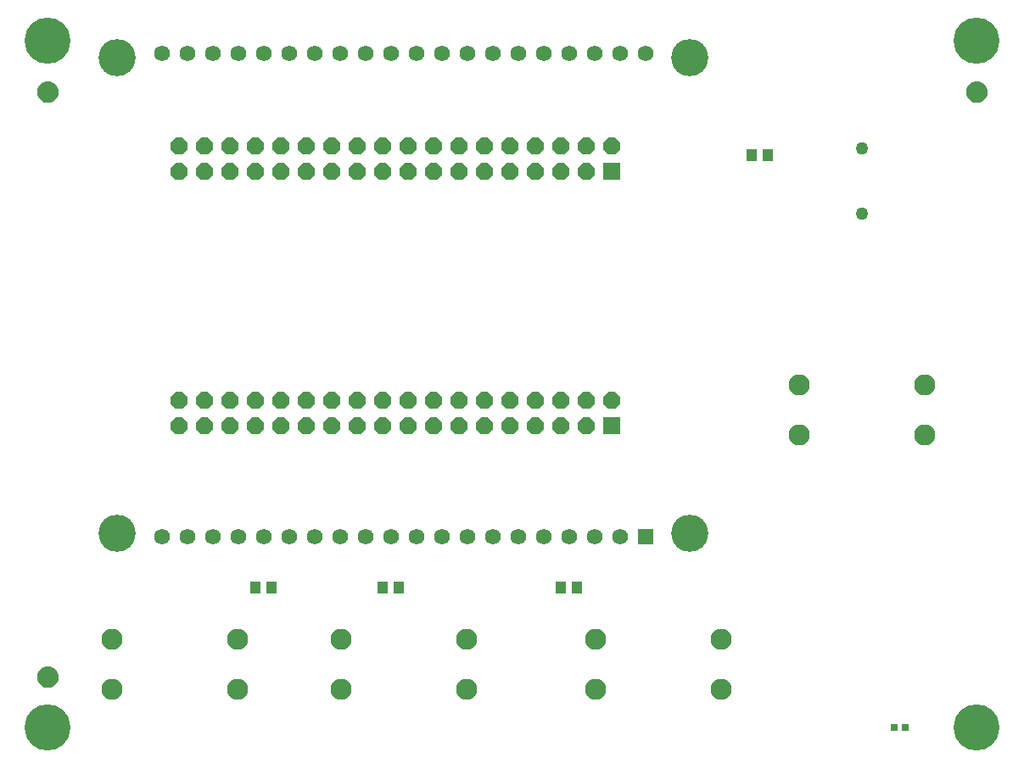
<source format=gbr>
G04 EAGLE Gerber RS-274X export*
G75*
%MOMM*%
%FSLAX34Y34*%
%LPD*%
%INSoldermask Top*%
%IPPOS*%
%AMOC8*
5,1,8,0,0,1.08239X$1,22.5*%
G01*
%ADD10C,1.272400*%
%ADD11R,1.676400X1.676400*%
%ADD12P,1.814519X8X202.500000*%
%ADD13R,1.102359X1.183641*%
%ADD14C,2.112400*%
%ADD15C,3.708400*%
%ADD16R,1.580400X1.580400*%
%ADD17C,1.580400*%
%ADD18C,0.609600*%
%ADD19C,1.168400*%
%ADD20C,4.597400*%
%ADD21R,0.762000X0.660400*%


D10*
X850900Y616700D03*
X850900Y551700D03*
D11*
X601300Y340100D03*
D12*
X601300Y365500D03*
X575900Y340100D03*
X575900Y365500D03*
X550500Y340100D03*
X550500Y365500D03*
X525100Y340100D03*
X525100Y365500D03*
X499700Y340100D03*
X499700Y365500D03*
X474300Y340100D03*
X474300Y365500D03*
X448900Y340100D03*
X448900Y365500D03*
X423500Y340100D03*
X423500Y365500D03*
X398100Y340100D03*
X398100Y365500D03*
X372700Y340100D03*
X372700Y365500D03*
X347300Y340100D03*
X347300Y365500D03*
X321900Y340100D03*
X321900Y365500D03*
X296500Y340100D03*
X296500Y365500D03*
X271100Y340100D03*
X271100Y365500D03*
X245700Y340100D03*
X245700Y365500D03*
X220300Y340100D03*
X220300Y365500D03*
X194900Y340100D03*
X194900Y365500D03*
X169500Y340100D03*
X169500Y365500D03*
D11*
X601300Y594100D03*
D12*
X601300Y619500D03*
X575900Y594100D03*
X575900Y619500D03*
X550500Y594100D03*
X550500Y619500D03*
X525100Y594100D03*
X525100Y619500D03*
X499700Y594100D03*
X499700Y619500D03*
X474300Y594100D03*
X474300Y619500D03*
X448900Y594100D03*
X448900Y619500D03*
X423500Y594100D03*
X423500Y619500D03*
X398100Y594100D03*
X398100Y619500D03*
X372700Y594100D03*
X372700Y619500D03*
X347300Y594100D03*
X347300Y619500D03*
X321900Y594100D03*
X321900Y619500D03*
X296500Y594100D03*
X296500Y619500D03*
X271100Y594100D03*
X271100Y619500D03*
X245700Y594100D03*
X245700Y619500D03*
X220300Y594100D03*
X220300Y619500D03*
X194900Y594100D03*
X194900Y619500D03*
X169500Y594100D03*
X169500Y619500D03*
D13*
X245999Y177800D03*
X262001Y177800D03*
D14*
X227600Y126600D03*
X227600Y76600D03*
X102600Y76600D03*
X102600Y126600D03*
D15*
X679450Y232410D03*
X679450Y707390D03*
X107950Y232410D03*
X107950Y707390D03*
D16*
X635000Y228600D03*
D17*
X406400Y228600D03*
X431800Y228600D03*
X457200Y228600D03*
X482600Y228600D03*
X508000Y228600D03*
X533400Y228600D03*
X558800Y228600D03*
X584200Y228600D03*
X609600Y228600D03*
X381000Y228600D03*
X355600Y228600D03*
X330200Y228600D03*
X304800Y228600D03*
X279400Y228600D03*
X254000Y228600D03*
X228600Y228600D03*
X203200Y228600D03*
X177800Y228600D03*
X152400Y228600D03*
X635000Y711200D03*
X609600Y711200D03*
X584200Y711200D03*
X558800Y711200D03*
X533400Y711200D03*
X508000Y711200D03*
X482600Y711200D03*
X457200Y711200D03*
X431800Y711200D03*
X406400Y711200D03*
X381000Y711200D03*
X355600Y711200D03*
X330200Y711200D03*
X304800Y711200D03*
X279400Y711200D03*
X254000Y711200D03*
X228600Y711200D03*
X203200Y711200D03*
X177800Y711200D03*
X152400Y711200D03*
D13*
X372999Y177800D03*
X389001Y177800D03*
D14*
X331200Y76600D03*
X331200Y126600D03*
X456200Y126600D03*
X456200Y76600D03*
D13*
X566801Y177800D03*
X550799Y177800D03*
D14*
X710200Y126600D03*
X710200Y76600D03*
X585200Y76600D03*
X585200Y126600D03*
D13*
X741299Y609600D03*
X757301Y609600D03*
D14*
X913400Y380600D03*
X913400Y330600D03*
X788400Y330600D03*
X788400Y380600D03*
D18*
X30480Y673100D02*
X30482Y673287D01*
X30489Y673474D01*
X30501Y673661D01*
X30517Y673847D01*
X30537Y674033D01*
X30562Y674218D01*
X30592Y674403D01*
X30626Y674587D01*
X30665Y674770D01*
X30708Y674952D01*
X30756Y675132D01*
X30808Y675312D01*
X30865Y675490D01*
X30925Y675667D01*
X30991Y675842D01*
X31060Y676016D01*
X31134Y676188D01*
X31212Y676358D01*
X31294Y676526D01*
X31380Y676692D01*
X31470Y676856D01*
X31564Y677017D01*
X31662Y677177D01*
X31764Y677333D01*
X31870Y677488D01*
X31980Y677639D01*
X32093Y677788D01*
X32210Y677934D01*
X32330Y678077D01*
X32454Y678217D01*
X32581Y678354D01*
X32712Y678488D01*
X32846Y678619D01*
X32983Y678746D01*
X33123Y678870D01*
X33266Y678990D01*
X33412Y679107D01*
X33561Y679220D01*
X33712Y679330D01*
X33867Y679436D01*
X34023Y679538D01*
X34183Y679636D01*
X34344Y679730D01*
X34508Y679820D01*
X34674Y679906D01*
X34842Y679988D01*
X35012Y680066D01*
X35184Y680140D01*
X35358Y680209D01*
X35533Y680275D01*
X35710Y680335D01*
X35888Y680392D01*
X36068Y680444D01*
X36248Y680492D01*
X36430Y680535D01*
X36613Y680574D01*
X36797Y680608D01*
X36982Y680638D01*
X37167Y680663D01*
X37353Y680683D01*
X37539Y680699D01*
X37726Y680711D01*
X37913Y680718D01*
X38100Y680720D01*
X38287Y680718D01*
X38474Y680711D01*
X38661Y680699D01*
X38847Y680683D01*
X39033Y680663D01*
X39218Y680638D01*
X39403Y680608D01*
X39587Y680574D01*
X39770Y680535D01*
X39952Y680492D01*
X40132Y680444D01*
X40312Y680392D01*
X40490Y680335D01*
X40667Y680275D01*
X40842Y680209D01*
X41016Y680140D01*
X41188Y680066D01*
X41358Y679988D01*
X41526Y679906D01*
X41692Y679820D01*
X41856Y679730D01*
X42017Y679636D01*
X42177Y679538D01*
X42333Y679436D01*
X42488Y679330D01*
X42639Y679220D01*
X42788Y679107D01*
X42934Y678990D01*
X43077Y678870D01*
X43217Y678746D01*
X43354Y678619D01*
X43488Y678488D01*
X43619Y678354D01*
X43746Y678217D01*
X43870Y678077D01*
X43990Y677934D01*
X44107Y677788D01*
X44220Y677639D01*
X44330Y677488D01*
X44436Y677333D01*
X44538Y677177D01*
X44636Y677017D01*
X44730Y676856D01*
X44820Y676692D01*
X44906Y676526D01*
X44988Y676358D01*
X45066Y676188D01*
X45140Y676016D01*
X45209Y675842D01*
X45275Y675667D01*
X45335Y675490D01*
X45392Y675312D01*
X45444Y675132D01*
X45492Y674952D01*
X45535Y674770D01*
X45574Y674587D01*
X45608Y674403D01*
X45638Y674218D01*
X45663Y674033D01*
X45683Y673847D01*
X45699Y673661D01*
X45711Y673474D01*
X45718Y673287D01*
X45720Y673100D01*
X45718Y672913D01*
X45711Y672726D01*
X45699Y672539D01*
X45683Y672353D01*
X45663Y672167D01*
X45638Y671982D01*
X45608Y671797D01*
X45574Y671613D01*
X45535Y671430D01*
X45492Y671248D01*
X45444Y671068D01*
X45392Y670888D01*
X45335Y670710D01*
X45275Y670533D01*
X45209Y670358D01*
X45140Y670184D01*
X45066Y670012D01*
X44988Y669842D01*
X44906Y669674D01*
X44820Y669508D01*
X44730Y669344D01*
X44636Y669183D01*
X44538Y669023D01*
X44436Y668867D01*
X44330Y668712D01*
X44220Y668561D01*
X44107Y668412D01*
X43990Y668266D01*
X43870Y668123D01*
X43746Y667983D01*
X43619Y667846D01*
X43488Y667712D01*
X43354Y667581D01*
X43217Y667454D01*
X43077Y667330D01*
X42934Y667210D01*
X42788Y667093D01*
X42639Y666980D01*
X42488Y666870D01*
X42333Y666764D01*
X42177Y666662D01*
X42017Y666564D01*
X41856Y666470D01*
X41692Y666380D01*
X41526Y666294D01*
X41358Y666212D01*
X41188Y666134D01*
X41016Y666060D01*
X40842Y665991D01*
X40667Y665925D01*
X40490Y665865D01*
X40312Y665808D01*
X40132Y665756D01*
X39952Y665708D01*
X39770Y665665D01*
X39587Y665626D01*
X39403Y665592D01*
X39218Y665562D01*
X39033Y665537D01*
X38847Y665517D01*
X38661Y665501D01*
X38474Y665489D01*
X38287Y665482D01*
X38100Y665480D01*
X37913Y665482D01*
X37726Y665489D01*
X37539Y665501D01*
X37353Y665517D01*
X37167Y665537D01*
X36982Y665562D01*
X36797Y665592D01*
X36613Y665626D01*
X36430Y665665D01*
X36248Y665708D01*
X36068Y665756D01*
X35888Y665808D01*
X35710Y665865D01*
X35533Y665925D01*
X35358Y665991D01*
X35184Y666060D01*
X35012Y666134D01*
X34842Y666212D01*
X34674Y666294D01*
X34508Y666380D01*
X34344Y666470D01*
X34183Y666564D01*
X34023Y666662D01*
X33867Y666764D01*
X33712Y666870D01*
X33561Y666980D01*
X33412Y667093D01*
X33266Y667210D01*
X33123Y667330D01*
X32983Y667454D01*
X32846Y667581D01*
X32712Y667712D01*
X32581Y667846D01*
X32454Y667983D01*
X32330Y668123D01*
X32210Y668266D01*
X32093Y668412D01*
X31980Y668561D01*
X31870Y668712D01*
X31764Y668867D01*
X31662Y669023D01*
X31564Y669183D01*
X31470Y669344D01*
X31380Y669508D01*
X31294Y669674D01*
X31212Y669842D01*
X31134Y670012D01*
X31060Y670184D01*
X30991Y670358D01*
X30925Y670533D01*
X30865Y670710D01*
X30808Y670888D01*
X30756Y671068D01*
X30708Y671248D01*
X30665Y671430D01*
X30626Y671613D01*
X30592Y671797D01*
X30562Y671982D01*
X30537Y672167D01*
X30517Y672353D01*
X30501Y672539D01*
X30489Y672726D01*
X30482Y672913D01*
X30480Y673100D01*
D19*
X38100Y673100D03*
D18*
X30480Y673100D02*
X30482Y673287D01*
X30489Y673474D01*
X30501Y673661D01*
X30517Y673847D01*
X30537Y674033D01*
X30562Y674218D01*
X30592Y674403D01*
X30626Y674587D01*
X30665Y674770D01*
X30708Y674952D01*
X30756Y675132D01*
X30808Y675312D01*
X30865Y675490D01*
X30925Y675667D01*
X30991Y675842D01*
X31060Y676016D01*
X31134Y676188D01*
X31212Y676358D01*
X31294Y676526D01*
X31380Y676692D01*
X31470Y676856D01*
X31564Y677017D01*
X31662Y677177D01*
X31764Y677333D01*
X31870Y677488D01*
X31980Y677639D01*
X32093Y677788D01*
X32210Y677934D01*
X32330Y678077D01*
X32454Y678217D01*
X32581Y678354D01*
X32712Y678488D01*
X32846Y678619D01*
X32983Y678746D01*
X33123Y678870D01*
X33266Y678990D01*
X33412Y679107D01*
X33561Y679220D01*
X33712Y679330D01*
X33867Y679436D01*
X34023Y679538D01*
X34183Y679636D01*
X34344Y679730D01*
X34508Y679820D01*
X34674Y679906D01*
X34842Y679988D01*
X35012Y680066D01*
X35184Y680140D01*
X35358Y680209D01*
X35533Y680275D01*
X35710Y680335D01*
X35888Y680392D01*
X36068Y680444D01*
X36248Y680492D01*
X36430Y680535D01*
X36613Y680574D01*
X36797Y680608D01*
X36982Y680638D01*
X37167Y680663D01*
X37353Y680683D01*
X37539Y680699D01*
X37726Y680711D01*
X37913Y680718D01*
X38100Y680720D01*
X38287Y680718D01*
X38474Y680711D01*
X38661Y680699D01*
X38847Y680683D01*
X39033Y680663D01*
X39218Y680638D01*
X39403Y680608D01*
X39587Y680574D01*
X39770Y680535D01*
X39952Y680492D01*
X40132Y680444D01*
X40312Y680392D01*
X40490Y680335D01*
X40667Y680275D01*
X40842Y680209D01*
X41016Y680140D01*
X41188Y680066D01*
X41358Y679988D01*
X41526Y679906D01*
X41692Y679820D01*
X41856Y679730D01*
X42017Y679636D01*
X42177Y679538D01*
X42333Y679436D01*
X42488Y679330D01*
X42639Y679220D01*
X42788Y679107D01*
X42934Y678990D01*
X43077Y678870D01*
X43217Y678746D01*
X43354Y678619D01*
X43488Y678488D01*
X43619Y678354D01*
X43746Y678217D01*
X43870Y678077D01*
X43990Y677934D01*
X44107Y677788D01*
X44220Y677639D01*
X44330Y677488D01*
X44436Y677333D01*
X44538Y677177D01*
X44636Y677017D01*
X44730Y676856D01*
X44820Y676692D01*
X44906Y676526D01*
X44988Y676358D01*
X45066Y676188D01*
X45140Y676016D01*
X45209Y675842D01*
X45275Y675667D01*
X45335Y675490D01*
X45392Y675312D01*
X45444Y675132D01*
X45492Y674952D01*
X45535Y674770D01*
X45574Y674587D01*
X45608Y674403D01*
X45638Y674218D01*
X45663Y674033D01*
X45683Y673847D01*
X45699Y673661D01*
X45711Y673474D01*
X45718Y673287D01*
X45720Y673100D01*
X45718Y672913D01*
X45711Y672726D01*
X45699Y672539D01*
X45683Y672353D01*
X45663Y672167D01*
X45638Y671982D01*
X45608Y671797D01*
X45574Y671613D01*
X45535Y671430D01*
X45492Y671248D01*
X45444Y671068D01*
X45392Y670888D01*
X45335Y670710D01*
X45275Y670533D01*
X45209Y670358D01*
X45140Y670184D01*
X45066Y670012D01*
X44988Y669842D01*
X44906Y669674D01*
X44820Y669508D01*
X44730Y669344D01*
X44636Y669183D01*
X44538Y669023D01*
X44436Y668867D01*
X44330Y668712D01*
X44220Y668561D01*
X44107Y668412D01*
X43990Y668266D01*
X43870Y668123D01*
X43746Y667983D01*
X43619Y667846D01*
X43488Y667712D01*
X43354Y667581D01*
X43217Y667454D01*
X43077Y667330D01*
X42934Y667210D01*
X42788Y667093D01*
X42639Y666980D01*
X42488Y666870D01*
X42333Y666764D01*
X42177Y666662D01*
X42017Y666564D01*
X41856Y666470D01*
X41692Y666380D01*
X41526Y666294D01*
X41358Y666212D01*
X41188Y666134D01*
X41016Y666060D01*
X40842Y665991D01*
X40667Y665925D01*
X40490Y665865D01*
X40312Y665808D01*
X40132Y665756D01*
X39952Y665708D01*
X39770Y665665D01*
X39587Y665626D01*
X39403Y665592D01*
X39218Y665562D01*
X39033Y665537D01*
X38847Y665517D01*
X38661Y665501D01*
X38474Y665489D01*
X38287Y665482D01*
X38100Y665480D01*
X37913Y665482D01*
X37726Y665489D01*
X37539Y665501D01*
X37353Y665517D01*
X37167Y665537D01*
X36982Y665562D01*
X36797Y665592D01*
X36613Y665626D01*
X36430Y665665D01*
X36248Y665708D01*
X36068Y665756D01*
X35888Y665808D01*
X35710Y665865D01*
X35533Y665925D01*
X35358Y665991D01*
X35184Y666060D01*
X35012Y666134D01*
X34842Y666212D01*
X34674Y666294D01*
X34508Y666380D01*
X34344Y666470D01*
X34183Y666564D01*
X34023Y666662D01*
X33867Y666764D01*
X33712Y666870D01*
X33561Y666980D01*
X33412Y667093D01*
X33266Y667210D01*
X33123Y667330D01*
X32983Y667454D01*
X32846Y667581D01*
X32712Y667712D01*
X32581Y667846D01*
X32454Y667983D01*
X32330Y668123D01*
X32210Y668266D01*
X32093Y668412D01*
X31980Y668561D01*
X31870Y668712D01*
X31764Y668867D01*
X31662Y669023D01*
X31564Y669183D01*
X31470Y669344D01*
X31380Y669508D01*
X31294Y669674D01*
X31212Y669842D01*
X31134Y670012D01*
X31060Y670184D01*
X30991Y670358D01*
X30925Y670533D01*
X30865Y670710D01*
X30808Y670888D01*
X30756Y671068D01*
X30708Y671248D01*
X30665Y671430D01*
X30626Y671613D01*
X30592Y671797D01*
X30562Y671982D01*
X30537Y672167D01*
X30517Y672353D01*
X30501Y672539D01*
X30489Y672726D01*
X30482Y672913D01*
X30480Y673100D01*
D19*
X38100Y673100D03*
D18*
X30480Y88900D02*
X30482Y89087D01*
X30489Y89274D01*
X30501Y89461D01*
X30517Y89647D01*
X30537Y89833D01*
X30562Y90018D01*
X30592Y90203D01*
X30626Y90387D01*
X30665Y90570D01*
X30708Y90752D01*
X30756Y90932D01*
X30808Y91112D01*
X30865Y91290D01*
X30925Y91467D01*
X30991Y91642D01*
X31060Y91816D01*
X31134Y91988D01*
X31212Y92158D01*
X31294Y92326D01*
X31380Y92492D01*
X31470Y92656D01*
X31564Y92817D01*
X31662Y92977D01*
X31764Y93133D01*
X31870Y93288D01*
X31980Y93439D01*
X32093Y93588D01*
X32210Y93734D01*
X32330Y93877D01*
X32454Y94017D01*
X32581Y94154D01*
X32712Y94288D01*
X32846Y94419D01*
X32983Y94546D01*
X33123Y94670D01*
X33266Y94790D01*
X33412Y94907D01*
X33561Y95020D01*
X33712Y95130D01*
X33867Y95236D01*
X34023Y95338D01*
X34183Y95436D01*
X34344Y95530D01*
X34508Y95620D01*
X34674Y95706D01*
X34842Y95788D01*
X35012Y95866D01*
X35184Y95940D01*
X35358Y96009D01*
X35533Y96075D01*
X35710Y96135D01*
X35888Y96192D01*
X36068Y96244D01*
X36248Y96292D01*
X36430Y96335D01*
X36613Y96374D01*
X36797Y96408D01*
X36982Y96438D01*
X37167Y96463D01*
X37353Y96483D01*
X37539Y96499D01*
X37726Y96511D01*
X37913Y96518D01*
X38100Y96520D01*
X38287Y96518D01*
X38474Y96511D01*
X38661Y96499D01*
X38847Y96483D01*
X39033Y96463D01*
X39218Y96438D01*
X39403Y96408D01*
X39587Y96374D01*
X39770Y96335D01*
X39952Y96292D01*
X40132Y96244D01*
X40312Y96192D01*
X40490Y96135D01*
X40667Y96075D01*
X40842Y96009D01*
X41016Y95940D01*
X41188Y95866D01*
X41358Y95788D01*
X41526Y95706D01*
X41692Y95620D01*
X41856Y95530D01*
X42017Y95436D01*
X42177Y95338D01*
X42333Y95236D01*
X42488Y95130D01*
X42639Y95020D01*
X42788Y94907D01*
X42934Y94790D01*
X43077Y94670D01*
X43217Y94546D01*
X43354Y94419D01*
X43488Y94288D01*
X43619Y94154D01*
X43746Y94017D01*
X43870Y93877D01*
X43990Y93734D01*
X44107Y93588D01*
X44220Y93439D01*
X44330Y93288D01*
X44436Y93133D01*
X44538Y92977D01*
X44636Y92817D01*
X44730Y92656D01*
X44820Y92492D01*
X44906Y92326D01*
X44988Y92158D01*
X45066Y91988D01*
X45140Y91816D01*
X45209Y91642D01*
X45275Y91467D01*
X45335Y91290D01*
X45392Y91112D01*
X45444Y90932D01*
X45492Y90752D01*
X45535Y90570D01*
X45574Y90387D01*
X45608Y90203D01*
X45638Y90018D01*
X45663Y89833D01*
X45683Y89647D01*
X45699Y89461D01*
X45711Y89274D01*
X45718Y89087D01*
X45720Y88900D01*
X45718Y88713D01*
X45711Y88526D01*
X45699Y88339D01*
X45683Y88153D01*
X45663Y87967D01*
X45638Y87782D01*
X45608Y87597D01*
X45574Y87413D01*
X45535Y87230D01*
X45492Y87048D01*
X45444Y86868D01*
X45392Y86688D01*
X45335Y86510D01*
X45275Y86333D01*
X45209Y86158D01*
X45140Y85984D01*
X45066Y85812D01*
X44988Y85642D01*
X44906Y85474D01*
X44820Y85308D01*
X44730Y85144D01*
X44636Y84983D01*
X44538Y84823D01*
X44436Y84667D01*
X44330Y84512D01*
X44220Y84361D01*
X44107Y84212D01*
X43990Y84066D01*
X43870Y83923D01*
X43746Y83783D01*
X43619Y83646D01*
X43488Y83512D01*
X43354Y83381D01*
X43217Y83254D01*
X43077Y83130D01*
X42934Y83010D01*
X42788Y82893D01*
X42639Y82780D01*
X42488Y82670D01*
X42333Y82564D01*
X42177Y82462D01*
X42017Y82364D01*
X41856Y82270D01*
X41692Y82180D01*
X41526Y82094D01*
X41358Y82012D01*
X41188Y81934D01*
X41016Y81860D01*
X40842Y81791D01*
X40667Y81725D01*
X40490Y81665D01*
X40312Y81608D01*
X40132Y81556D01*
X39952Y81508D01*
X39770Y81465D01*
X39587Y81426D01*
X39403Y81392D01*
X39218Y81362D01*
X39033Y81337D01*
X38847Y81317D01*
X38661Y81301D01*
X38474Y81289D01*
X38287Y81282D01*
X38100Y81280D01*
X37913Y81282D01*
X37726Y81289D01*
X37539Y81301D01*
X37353Y81317D01*
X37167Y81337D01*
X36982Y81362D01*
X36797Y81392D01*
X36613Y81426D01*
X36430Y81465D01*
X36248Y81508D01*
X36068Y81556D01*
X35888Y81608D01*
X35710Y81665D01*
X35533Y81725D01*
X35358Y81791D01*
X35184Y81860D01*
X35012Y81934D01*
X34842Y82012D01*
X34674Y82094D01*
X34508Y82180D01*
X34344Y82270D01*
X34183Y82364D01*
X34023Y82462D01*
X33867Y82564D01*
X33712Y82670D01*
X33561Y82780D01*
X33412Y82893D01*
X33266Y83010D01*
X33123Y83130D01*
X32983Y83254D01*
X32846Y83381D01*
X32712Y83512D01*
X32581Y83646D01*
X32454Y83783D01*
X32330Y83923D01*
X32210Y84066D01*
X32093Y84212D01*
X31980Y84361D01*
X31870Y84512D01*
X31764Y84667D01*
X31662Y84823D01*
X31564Y84983D01*
X31470Y85144D01*
X31380Y85308D01*
X31294Y85474D01*
X31212Y85642D01*
X31134Y85812D01*
X31060Y85984D01*
X30991Y86158D01*
X30925Y86333D01*
X30865Y86510D01*
X30808Y86688D01*
X30756Y86868D01*
X30708Y87048D01*
X30665Y87230D01*
X30626Y87413D01*
X30592Y87597D01*
X30562Y87782D01*
X30537Y87967D01*
X30517Y88153D01*
X30501Y88339D01*
X30489Y88526D01*
X30482Y88713D01*
X30480Y88900D01*
D19*
X38100Y88900D03*
D18*
X957580Y673100D02*
X957582Y673287D01*
X957589Y673474D01*
X957601Y673661D01*
X957617Y673847D01*
X957637Y674033D01*
X957662Y674218D01*
X957692Y674403D01*
X957726Y674587D01*
X957765Y674770D01*
X957808Y674952D01*
X957856Y675132D01*
X957908Y675312D01*
X957965Y675490D01*
X958025Y675667D01*
X958091Y675842D01*
X958160Y676016D01*
X958234Y676188D01*
X958312Y676358D01*
X958394Y676526D01*
X958480Y676692D01*
X958570Y676856D01*
X958664Y677017D01*
X958762Y677177D01*
X958864Y677333D01*
X958970Y677488D01*
X959080Y677639D01*
X959193Y677788D01*
X959310Y677934D01*
X959430Y678077D01*
X959554Y678217D01*
X959681Y678354D01*
X959812Y678488D01*
X959946Y678619D01*
X960083Y678746D01*
X960223Y678870D01*
X960366Y678990D01*
X960512Y679107D01*
X960661Y679220D01*
X960812Y679330D01*
X960967Y679436D01*
X961123Y679538D01*
X961283Y679636D01*
X961444Y679730D01*
X961608Y679820D01*
X961774Y679906D01*
X961942Y679988D01*
X962112Y680066D01*
X962284Y680140D01*
X962458Y680209D01*
X962633Y680275D01*
X962810Y680335D01*
X962988Y680392D01*
X963168Y680444D01*
X963348Y680492D01*
X963530Y680535D01*
X963713Y680574D01*
X963897Y680608D01*
X964082Y680638D01*
X964267Y680663D01*
X964453Y680683D01*
X964639Y680699D01*
X964826Y680711D01*
X965013Y680718D01*
X965200Y680720D01*
X965387Y680718D01*
X965574Y680711D01*
X965761Y680699D01*
X965947Y680683D01*
X966133Y680663D01*
X966318Y680638D01*
X966503Y680608D01*
X966687Y680574D01*
X966870Y680535D01*
X967052Y680492D01*
X967232Y680444D01*
X967412Y680392D01*
X967590Y680335D01*
X967767Y680275D01*
X967942Y680209D01*
X968116Y680140D01*
X968288Y680066D01*
X968458Y679988D01*
X968626Y679906D01*
X968792Y679820D01*
X968956Y679730D01*
X969117Y679636D01*
X969277Y679538D01*
X969433Y679436D01*
X969588Y679330D01*
X969739Y679220D01*
X969888Y679107D01*
X970034Y678990D01*
X970177Y678870D01*
X970317Y678746D01*
X970454Y678619D01*
X970588Y678488D01*
X970719Y678354D01*
X970846Y678217D01*
X970970Y678077D01*
X971090Y677934D01*
X971207Y677788D01*
X971320Y677639D01*
X971430Y677488D01*
X971536Y677333D01*
X971638Y677177D01*
X971736Y677017D01*
X971830Y676856D01*
X971920Y676692D01*
X972006Y676526D01*
X972088Y676358D01*
X972166Y676188D01*
X972240Y676016D01*
X972309Y675842D01*
X972375Y675667D01*
X972435Y675490D01*
X972492Y675312D01*
X972544Y675132D01*
X972592Y674952D01*
X972635Y674770D01*
X972674Y674587D01*
X972708Y674403D01*
X972738Y674218D01*
X972763Y674033D01*
X972783Y673847D01*
X972799Y673661D01*
X972811Y673474D01*
X972818Y673287D01*
X972820Y673100D01*
X972818Y672913D01*
X972811Y672726D01*
X972799Y672539D01*
X972783Y672353D01*
X972763Y672167D01*
X972738Y671982D01*
X972708Y671797D01*
X972674Y671613D01*
X972635Y671430D01*
X972592Y671248D01*
X972544Y671068D01*
X972492Y670888D01*
X972435Y670710D01*
X972375Y670533D01*
X972309Y670358D01*
X972240Y670184D01*
X972166Y670012D01*
X972088Y669842D01*
X972006Y669674D01*
X971920Y669508D01*
X971830Y669344D01*
X971736Y669183D01*
X971638Y669023D01*
X971536Y668867D01*
X971430Y668712D01*
X971320Y668561D01*
X971207Y668412D01*
X971090Y668266D01*
X970970Y668123D01*
X970846Y667983D01*
X970719Y667846D01*
X970588Y667712D01*
X970454Y667581D01*
X970317Y667454D01*
X970177Y667330D01*
X970034Y667210D01*
X969888Y667093D01*
X969739Y666980D01*
X969588Y666870D01*
X969433Y666764D01*
X969277Y666662D01*
X969117Y666564D01*
X968956Y666470D01*
X968792Y666380D01*
X968626Y666294D01*
X968458Y666212D01*
X968288Y666134D01*
X968116Y666060D01*
X967942Y665991D01*
X967767Y665925D01*
X967590Y665865D01*
X967412Y665808D01*
X967232Y665756D01*
X967052Y665708D01*
X966870Y665665D01*
X966687Y665626D01*
X966503Y665592D01*
X966318Y665562D01*
X966133Y665537D01*
X965947Y665517D01*
X965761Y665501D01*
X965574Y665489D01*
X965387Y665482D01*
X965200Y665480D01*
X965013Y665482D01*
X964826Y665489D01*
X964639Y665501D01*
X964453Y665517D01*
X964267Y665537D01*
X964082Y665562D01*
X963897Y665592D01*
X963713Y665626D01*
X963530Y665665D01*
X963348Y665708D01*
X963168Y665756D01*
X962988Y665808D01*
X962810Y665865D01*
X962633Y665925D01*
X962458Y665991D01*
X962284Y666060D01*
X962112Y666134D01*
X961942Y666212D01*
X961774Y666294D01*
X961608Y666380D01*
X961444Y666470D01*
X961283Y666564D01*
X961123Y666662D01*
X960967Y666764D01*
X960812Y666870D01*
X960661Y666980D01*
X960512Y667093D01*
X960366Y667210D01*
X960223Y667330D01*
X960083Y667454D01*
X959946Y667581D01*
X959812Y667712D01*
X959681Y667846D01*
X959554Y667983D01*
X959430Y668123D01*
X959310Y668266D01*
X959193Y668412D01*
X959080Y668561D01*
X958970Y668712D01*
X958864Y668867D01*
X958762Y669023D01*
X958664Y669183D01*
X958570Y669344D01*
X958480Y669508D01*
X958394Y669674D01*
X958312Y669842D01*
X958234Y670012D01*
X958160Y670184D01*
X958091Y670358D01*
X958025Y670533D01*
X957965Y670710D01*
X957908Y670888D01*
X957856Y671068D01*
X957808Y671248D01*
X957765Y671430D01*
X957726Y671613D01*
X957692Y671797D01*
X957662Y671982D01*
X957637Y672167D01*
X957617Y672353D01*
X957601Y672539D01*
X957589Y672726D01*
X957582Y672913D01*
X957580Y673100D01*
D19*
X965200Y673100D03*
D20*
X38100Y38100D03*
X38100Y723900D03*
X965200Y723900D03*
X965200Y38100D03*
D21*
X883412Y38100D03*
X894588Y38100D03*
D18*
X30480Y88900D02*
X30482Y89087D01*
X30489Y89274D01*
X30501Y89461D01*
X30517Y89647D01*
X30537Y89833D01*
X30562Y90018D01*
X30592Y90203D01*
X30626Y90387D01*
X30665Y90570D01*
X30708Y90752D01*
X30756Y90932D01*
X30808Y91112D01*
X30865Y91290D01*
X30925Y91467D01*
X30991Y91642D01*
X31060Y91816D01*
X31134Y91988D01*
X31212Y92158D01*
X31294Y92326D01*
X31380Y92492D01*
X31470Y92656D01*
X31564Y92817D01*
X31662Y92977D01*
X31764Y93133D01*
X31870Y93288D01*
X31980Y93439D01*
X32093Y93588D01*
X32210Y93734D01*
X32330Y93877D01*
X32454Y94017D01*
X32581Y94154D01*
X32712Y94288D01*
X32846Y94419D01*
X32983Y94546D01*
X33123Y94670D01*
X33266Y94790D01*
X33412Y94907D01*
X33561Y95020D01*
X33712Y95130D01*
X33867Y95236D01*
X34023Y95338D01*
X34183Y95436D01*
X34344Y95530D01*
X34508Y95620D01*
X34674Y95706D01*
X34842Y95788D01*
X35012Y95866D01*
X35184Y95940D01*
X35358Y96009D01*
X35533Y96075D01*
X35710Y96135D01*
X35888Y96192D01*
X36068Y96244D01*
X36248Y96292D01*
X36430Y96335D01*
X36613Y96374D01*
X36797Y96408D01*
X36982Y96438D01*
X37167Y96463D01*
X37353Y96483D01*
X37539Y96499D01*
X37726Y96511D01*
X37913Y96518D01*
X38100Y96520D01*
X38287Y96518D01*
X38474Y96511D01*
X38661Y96499D01*
X38847Y96483D01*
X39033Y96463D01*
X39218Y96438D01*
X39403Y96408D01*
X39587Y96374D01*
X39770Y96335D01*
X39952Y96292D01*
X40132Y96244D01*
X40312Y96192D01*
X40490Y96135D01*
X40667Y96075D01*
X40842Y96009D01*
X41016Y95940D01*
X41188Y95866D01*
X41358Y95788D01*
X41526Y95706D01*
X41692Y95620D01*
X41856Y95530D01*
X42017Y95436D01*
X42177Y95338D01*
X42333Y95236D01*
X42488Y95130D01*
X42639Y95020D01*
X42788Y94907D01*
X42934Y94790D01*
X43077Y94670D01*
X43217Y94546D01*
X43354Y94419D01*
X43488Y94288D01*
X43619Y94154D01*
X43746Y94017D01*
X43870Y93877D01*
X43990Y93734D01*
X44107Y93588D01*
X44220Y93439D01*
X44330Y93288D01*
X44436Y93133D01*
X44538Y92977D01*
X44636Y92817D01*
X44730Y92656D01*
X44820Y92492D01*
X44906Y92326D01*
X44988Y92158D01*
X45066Y91988D01*
X45140Y91816D01*
X45209Y91642D01*
X45275Y91467D01*
X45335Y91290D01*
X45392Y91112D01*
X45444Y90932D01*
X45492Y90752D01*
X45535Y90570D01*
X45574Y90387D01*
X45608Y90203D01*
X45638Y90018D01*
X45663Y89833D01*
X45683Y89647D01*
X45699Y89461D01*
X45711Y89274D01*
X45718Y89087D01*
X45720Y88900D01*
X45718Y88713D01*
X45711Y88526D01*
X45699Y88339D01*
X45683Y88153D01*
X45663Y87967D01*
X45638Y87782D01*
X45608Y87597D01*
X45574Y87413D01*
X45535Y87230D01*
X45492Y87048D01*
X45444Y86868D01*
X45392Y86688D01*
X45335Y86510D01*
X45275Y86333D01*
X45209Y86158D01*
X45140Y85984D01*
X45066Y85812D01*
X44988Y85642D01*
X44906Y85474D01*
X44820Y85308D01*
X44730Y85144D01*
X44636Y84983D01*
X44538Y84823D01*
X44436Y84667D01*
X44330Y84512D01*
X44220Y84361D01*
X44107Y84212D01*
X43990Y84066D01*
X43870Y83923D01*
X43746Y83783D01*
X43619Y83646D01*
X43488Y83512D01*
X43354Y83381D01*
X43217Y83254D01*
X43077Y83130D01*
X42934Y83010D01*
X42788Y82893D01*
X42639Y82780D01*
X42488Y82670D01*
X42333Y82564D01*
X42177Y82462D01*
X42017Y82364D01*
X41856Y82270D01*
X41692Y82180D01*
X41526Y82094D01*
X41358Y82012D01*
X41188Y81934D01*
X41016Y81860D01*
X40842Y81791D01*
X40667Y81725D01*
X40490Y81665D01*
X40312Y81608D01*
X40132Y81556D01*
X39952Y81508D01*
X39770Y81465D01*
X39587Y81426D01*
X39403Y81392D01*
X39218Y81362D01*
X39033Y81337D01*
X38847Y81317D01*
X38661Y81301D01*
X38474Y81289D01*
X38287Y81282D01*
X38100Y81280D01*
X37913Y81282D01*
X37726Y81289D01*
X37539Y81301D01*
X37353Y81317D01*
X37167Y81337D01*
X36982Y81362D01*
X36797Y81392D01*
X36613Y81426D01*
X36430Y81465D01*
X36248Y81508D01*
X36068Y81556D01*
X35888Y81608D01*
X35710Y81665D01*
X35533Y81725D01*
X35358Y81791D01*
X35184Y81860D01*
X35012Y81934D01*
X34842Y82012D01*
X34674Y82094D01*
X34508Y82180D01*
X34344Y82270D01*
X34183Y82364D01*
X34023Y82462D01*
X33867Y82564D01*
X33712Y82670D01*
X33561Y82780D01*
X33412Y82893D01*
X33266Y83010D01*
X33123Y83130D01*
X32983Y83254D01*
X32846Y83381D01*
X32712Y83512D01*
X32581Y83646D01*
X32454Y83783D01*
X32330Y83923D01*
X32210Y84066D01*
X32093Y84212D01*
X31980Y84361D01*
X31870Y84512D01*
X31764Y84667D01*
X31662Y84823D01*
X31564Y84983D01*
X31470Y85144D01*
X31380Y85308D01*
X31294Y85474D01*
X31212Y85642D01*
X31134Y85812D01*
X31060Y85984D01*
X30991Y86158D01*
X30925Y86333D01*
X30865Y86510D01*
X30808Y86688D01*
X30756Y86868D01*
X30708Y87048D01*
X30665Y87230D01*
X30626Y87413D01*
X30592Y87597D01*
X30562Y87782D01*
X30537Y87967D01*
X30517Y88153D01*
X30501Y88339D01*
X30489Y88526D01*
X30482Y88713D01*
X30480Y88900D01*
D19*
X38100Y88900D03*
D18*
X957580Y673100D02*
X957582Y673287D01*
X957589Y673474D01*
X957601Y673661D01*
X957617Y673847D01*
X957637Y674033D01*
X957662Y674218D01*
X957692Y674403D01*
X957726Y674587D01*
X957765Y674770D01*
X957808Y674952D01*
X957856Y675132D01*
X957908Y675312D01*
X957965Y675490D01*
X958025Y675667D01*
X958091Y675842D01*
X958160Y676016D01*
X958234Y676188D01*
X958312Y676358D01*
X958394Y676526D01*
X958480Y676692D01*
X958570Y676856D01*
X958664Y677017D01*
X958762Y677177D01*
X958864Y677333D01*
X958970Y677488D01*
X959080Y677639D01*
X959193Y677788D01*
X959310Y677934D01*
X959430Y678077D01*
X959554Y678217D01*
X959681Y678354D01*
X959812Y678488D01*
X959946Y678619D01*
X960083Y678746D01*
X960223Y678870D01*
X960366Y678990D01*
X960512Y679107D01*
X960661Y679220D01*
X960812Y679330D01*
X960967Y679436D01*
X961123Y679538D01*
X961283Y679636D01*
X961444Y679730D01*
X961608Y679820D01*
X961774Y679906D01*
X961942Y679988D01*
X962112Y680066D01*
X962284Y680140D01*
X962458Y680209D01*
X962633Y680275D01*
X962810Y680335D01*
X962988Y680392D01*
X963168Y680444D01*
X963348Y680492D01*
X963530Y680535D01*
X963713Y680574D01*
X963897Y680608D01*
X964082Y680638D01*
X964267Y680663D01*
X964453Y680683D01*
X964639Y680699D01*
X964826Y680711D01*
X965013Y680718D01*
X965200Y680720D01*
X965387Y680718D01*
X965574Y680711D01*
X965761Y680699D01*
X965947Y680683D01*
X966133Y680663D01*
X966318Y680638D01*
X966503Y680608D01*
X966687Y680574D01*
X966870Y680535D01*
X967052Y680492D01*
X967232Y680444D01*
X967412Y680392D01*
X967590Y680335D01*
X967767Y680275D01*
X967942Y680209D01*
X968116Y680140D01*
X968288Y680066D01*
X968458Y679988D01*
X968626Y679906D01*
X968792Y679820D01*
X968956Y679730D01*
X969117Y679636D01*
X969277Y679538D01*
X969433Y679436D01*
X969588Y679330D01*
X969739Y679220D01*
X969888Y679107D01*
X970034Y678990D01*
X970177Y678870D01*
X970317Y678746D01*
X970454Y678619D01*
X970588Y678488D01*
X970719Y678354D01*
X970846Y678217D01*
X970970Y678077D01*
X971090Y677934D01*
X971207Y677788D01*
X971320Y677639D01*
X971430Y677488D01*
X971536Y677333D01*
X971638Y677177D01*
X971736Y677017D01*
X971830Y676856D01*
X971920Y676692D01*
X972006Y676526D01*
X972088Y676358D01*
X972166Y676188D01*
X972240Y676016D01*
X972309Y675842D01*
X972375Y675667D01*
X972435Y675490D01*
X972492Y675312D01*
X972544Y675132D01*
X972592Y674952D01*
X972635Y674770D01*
X972674Y674587D01*
X972708Y674403D01*
X972738Y674218D01*
X972763Y674033D01*
X972783Y673847D01*
X972799Y673661D01*
X972811Y673474D01*
X972818Y673287D01*
X972820Y673100D01*
X972818Y672913D01*
X972811Y672726D01*
X972799Y672539D01*
X972783Y672353D01*
X972763Y672167D01*
X972738Y671982D01*
X972708Y671797D01*
X972674Y671613D01*
X972635Y671430D01*
X972592Y671248D01*
X972544Y671068D01*
X972492Y670888D01*
X972435Y670710D01*
X972375Y670533D01*
X972309Y670358D01*
X972240Y670184D01*
X972166Y670012D01*
X972088Y669842D01*
X972006Y669674D01*
X971920Y669508D01*
X971830Y669344D01*
X971736Y669183D01*
X971638Y669023D01*
X971536Y668867D01*
X971430Y668712D01*
X971320Y668561D01*
X971207Y668412D01*
X971090Y668266D01*
X970970Y668123D01*
X970846Y667983D01*
X970719Y667846D01*
X970588Y667712D01*
X970454Y667581D01*
X970317Y667454D01*
X970177Y667330D01*
X970034Y667210D01*
X969888Y667093D01*
X969739Y666980D01*
X969588Y666870D01*
X969433Y666764D01*
X969277Y666662D01*
X969117Y666564D01*
X968956Y666470D01*
X968792Y666380D01*
X968626Y666294D01*
X968458Y666212D01*
X968288Y666134D01*
X968116Y666060D01*
X967942Y665991D01*
X967767Y665925D01*
X967590Y665865D01*
X967412Y665808D01*
X967232Y665756D01*
X967052Y665708D01*
X966870Y665665D01*
X966687Y665626D01*
X966503Y665592D01*
X966318Y665562D01*
X966133Y665537D01*
X965947Y665517D01*
X965761Y665501D01*
X965574Y665489D01*
X965387Y665482D01*
X965200Y665480D01*
X965013Y665482D01*
X964826Y665489D01*
X964639Y665501D01*
X964453Y665517D01*
X964267Y665537D01*
X964082Y665562D01*
X963897Y665592D01*
X963713Y665626D01*
X963530Y665665D01*
X963348Y665708D01*
X963168Y665756D01*
X962988Y665808D01*
X962810Y665865D01*
X962633Y665925D01*
X962458Y665991D01*
X962284Y666060D01*
X962112Y666134D01*
X961942Y666212D01*
X961774Y666294D01*
X961608Y666380D01*
X961444Y666470D01*
X961283Y666564D01*
X961123Y666662D01*
X960967Y666764D01*
X960812Y666870D01*
X960661Y666980D01*
X960512Y667093D01*
X960366Y667210D01*
X960223Y667330D01*
X960083Y667454D01*
X959946Y667581D01*
X959812Y667712D01*
X959681Y667846D01*
X959554Y667983D01*
X959430Y668123D01*
X959310Y668266D01*
X959193Y668412D01*
X959080Y668561D01*
X958970Y668712D01*
X958864Y668867D01*
X958762Y669023D01*
X958664Y669183D01*
X958570Y669344D01*
X958480Y669508D01*
X958394Y669674D01*
X958312Y669842D01*
X958234Y670012D01*
X958160Y670184D01*
X958091Y670358D01*
X958025Y670533D01*
X957965Y670710D01*
X957908Y670888D01*
X957856Y671068D01*
X957808Y671248D01*
X957765Y671430D01*
X957726Y671613D01*
X957692Y671797D01*
X957662Y671982D01*
X957637Y672167D01*
X957617Y672353D01*
X957601Y672539D01*
X957589Y672726D01*
X957582Y672913D01*
X957580Y673100D01*
D19*
X965200Y673100D03*
M02*

</source>
